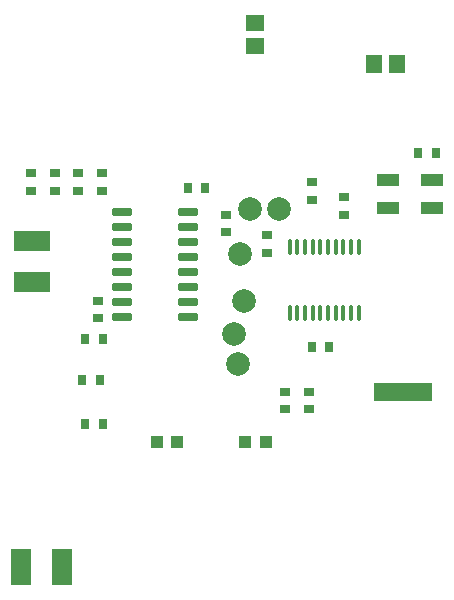
<source format=gtp>
G04 Layer_Color=8421504*
%FSLAX25Y25*%
%MOIN*%
G70*
G01*
G75*
%ADD10R,0.19685X0.05905*%
%ADD11C,0.07874*%
%ADD12R,0.02756X0.03543*%
%ADD13R,0.03543X0.02756*%
%ADD14R,0.07008X0.12402*%
%ADD15R,0.12402X0.07008*%
%ADD16R,0.05905X0.05512*%
%ADD17R,0.05512X0.05905*%
%ADD18O,0.01378X0.05905*%
%ADD19R,0.03937X0.03937*%
%ADD20R,0.07480X0.04331*%
G04:AMPARAMS|DCode=21|XSize=25.59mil|YSize=64.96mil|CornerRadius=1.92mil|HoleSize=0mil|Usage=FLASHONLY|Rotation=90.000|XOffset=0mil|YOffset=0mil|HoleType=Round|Shape=RoundedRectangle|*
%AMROUNDEDRECTD21*
21,1,0.02559,0.06112,0,0,90.0*
21,1,0.02175,0.06496,0,0,90.0*
1,1,0.00384,0.03056,0.01088*
1,1,0.00384,0.03056,-0.01088*
1,1,0.00384,-0.03056,-0.01088*
1,1,0.00384,-0.03056,0.01088*
%
%ADD21ROUNDEDRECTD21*%
D10*
X177165Y95472D02*
D03*
D11*
X122835Y141339D02*
D03*
X124016Y125591D02*
D03*
X135827Y156496D02*
D03*
X125984D02*
D03*
X122047Y104724D02*
D03*
X120866Y114567D02*
D03*
D12*
X152559Y110236D02*
D03*
X146653D02*
D03*
X76968Y84646D02*
D03*
X71063D02*
D03*
X76968Y112992D02*
D03*
X71063D02*
D03*
X182087Y175197D02*
D03*
X187992D02*
D03*
X76181Y99213D02*
D03*
X70276D02*
D03*
X105315Y163386D02*
D03*
X111221D02*
D03*
D13*
X157480Y154528D02*
D03*
Y160433D02*
D03*
X146653Y159449D02*
D03*
Y165354D02*
D03*
X118110Y148622D02*
D03*
Y154528D02*
D03*
X75590Y119882D02*
D03*
Y125787D02*
D03*
X76772Y168307D02*
D03*
Y162402D02*
D03*
X61024Y168307D02*
D03*
Y162402D02*
D03*
X53150Y168307D02*
D03*
Y162402D02*
D03*
X131890Y141732D02*
D03*
Y147638D02*
D03*
X145669Y95472D02*
D03*
Y89567D02*
D03*
X68898Y168307D02*
D03*
Y162402D02*
D03*
X137795Y95472D02*
D03*
Y89567D02*
D03*
D14*
X49902Y37008D02*
D03*
X63484D02*
D03*
D15*
X53543Y145768D02*
D03*
Y132185D02*
D03*
D16*
X127953Y210630D02*
D03*
Y218504D02*
D03*
D17*
X175197Y204724D02*
D03*
X167323D02*
D03*
D18*
X139370Y121653D02*
D03*
X141929D02*
D03*
X144488D02*
D03*
X147047D02*
D03*
X149606D02*
D03*
X152165D02*
D03*
X154724D02*
D03*
X157283D02*
D03*
X159843D02*
D03*
X162402D02*
D03*
X139370Y143701D02*
D03*
X141929D02*
D03*
X144488D02*
D03*
X147047D02*
D03*
X149606D02*
D03*
X152165D02*
D03*
X154724D02*
D03*
X157283D02*
D03*
X159843D02*
D03*
X162402D02*
D03*
D19*
X101772Y78740D02*
D03*
X95079D02*
D03*
X131299D02*
D03*
X124606D02*
D03*
D20*
X186696Y156843D02*
D03*
X172129D02*
D03*
Y165899D02*
D03*
X186696D02*
D03*
D21*
X105610Y120295D02*
D03*
Y125295D02*
D03*
Y130295D02*
D03*
Y135295D02*
D03*
Y140295D02*
D03*
Y145295D02*
D03*
Y150295D02*
D03*
Y155295D02*
D03*
X83366Y120295D02*
D03*
Y125295D02*
D03*
Y130295D02*
D03*
Y135295D02*
D03*
Y140295D02*
D03*
Y145295D02*
D03*
Y150295D02*
D03*
Y155295D02*
D03*
M02*

</source>
